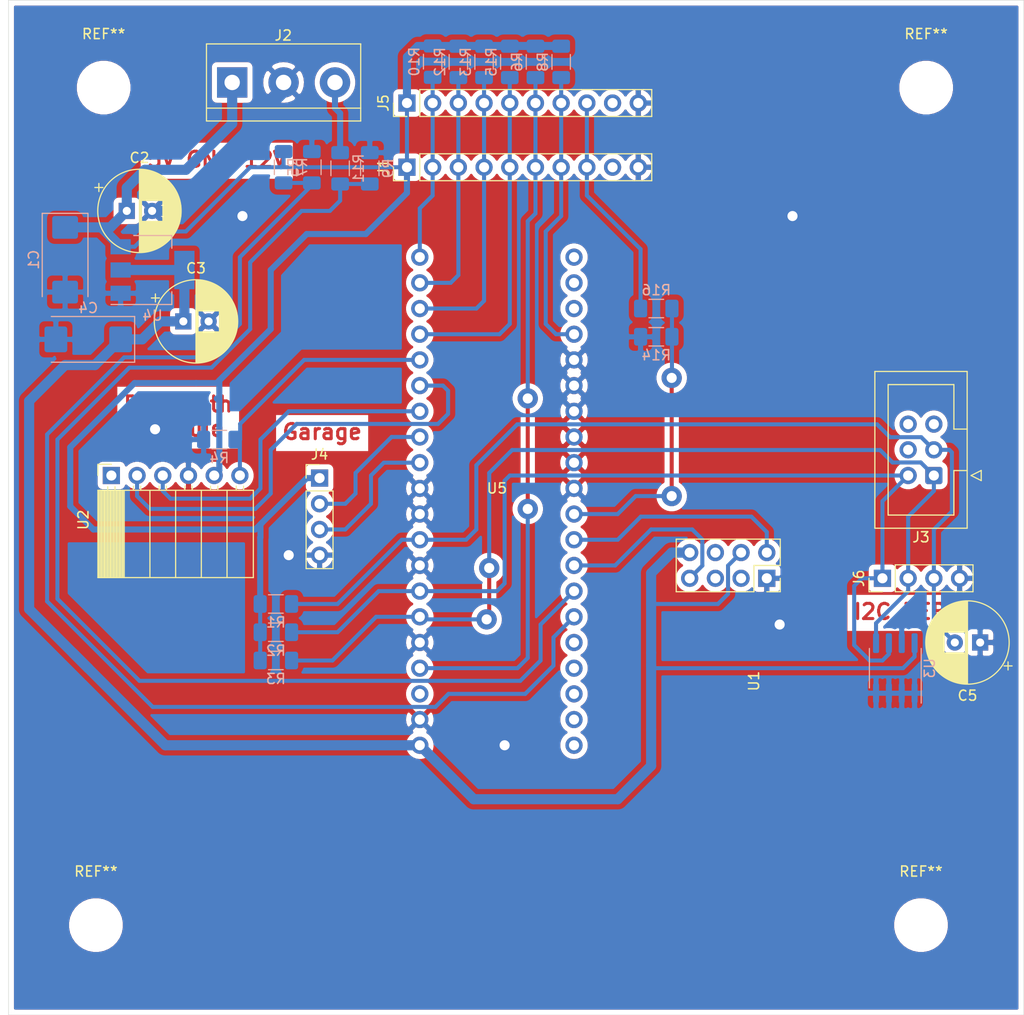
<source format=kicad_pcb>
(kicad_pcb (version 20171130) (host pcbnew 5.1.9-73d0e3b20d~88~ubuntu20.04.1)
  (layers (0 F.Cu signal) (31 B.Cu signal) (34 B.Paste user) (35 F.Paste user) (36 B.SilkS user) (37 F.SilkS user) (38 B.Mask user) (39 F.Mask user) (44 Edge.Cuts user))
  (net 0 "")
  (net 1 GND)
  (net 2 5V)
  (net 3 3.3V)
  (net 4 I2C_INT)
  (net 5 DHT_SENSOR1)
  (net 6 DHT_SENSOR2)
  (net 7 DHT_SENSOR3)
  (net 8 DHT_SENSOR4)
  (net 9 DHT_SENSOR5)
  (net 10 DHT_SENSOR6)
  (net 11 LIGHT_SENSOR)
  (net 12 "Net-(J1-Pad9)")
  (net 13 12V)
  (net 14 "Net-(J3-Pad5)")
  (net 15 "Net-(J3-Pad4)")
  (net 16 "Net-(J3-Pad6)")
  (net 17 GARAGE_TX_STM_RX)
  (net 18 GARAGE_RX_STM_TX)
  (net 19 "Net-(J5-Pad9)")
  (net 20 BT_KEY)
  (net 21 "Net-(R5-Pad2)")
  (net 22 "Net-(R11-Pad1)")
  (net 23 "Net-(R14-Pad2)")
  (net 24 WIFI_TX_STM_RX)
  (net 25 "Net-(U1-Pad3)")
  (net 26 "Net-(U1-Pad5)")
  (net 27 "Net-(U1-Pad6)")
  (net 28 WIFI_RX_STM_TX)
  (net 29 BT_TX_STM_RX)
  (net 30 BT_RX_STM_TX)
  (net 31 "Net-(U5-Pad18)")
  (net 32 "Net-(U5-Pad21)")
  (net 33 "Net-(U5-Pad22)")
  (net 34 "Net-(U5-Pad23)")
  (net 35 "Net-(U5-Pad36)")
  (net 36 "Net-(U5-Pad37)")
  (net 37 "Net-(U5-Pad38)")
  (net 38 "Net-(U5-Pad39)")
  (net 39 "Net-(U5-Pad40)")
  (net 40 I2C_SDA)
  (net 41 I2C_SCL)
  (net 42 "Net-(U2-Pad1)")
  (module MountingHole:MountingHole_4.3mm_M4 (layer F.Cu) (at 191.77 154.94)
    (fp_text reference REF** (at 0 -5.3) (layer F.SilkS))
    (fp_text value MountingHole_4.3mm_M4)
    (pad 1 np_thru_hole circle (at 0 0) (size 4.3 4.3) (drill 4.3) (layers *.Cu *.Mask))
  )
  (module MountingHole:MountingHole_4.3mm_M4 (layer F.Cu) (at 110.236 154.94)
    (fp_text reference REF** (at 0 -5.3) (layer F.SilkS))
    (fp_text value MountingHole_4.3mm_M4)
    (pad 1 np_thru_hole circle (at 0 0) (size 4.3 4.3) (drill 4.3) (layers *.Cu *.Mask))
  )
  (module MountingHole:MountingHole_4.3mm_M4 (layer F.Cu) (at 192.278 72.136)
    (fp_text reference REF** (at 0 -5.3) (layer F.SilkS))
    (fp_text value MountingHole_4.3mm_M4)
    (pad 1 np_thru_hole circle (at 0 0) (size 4.3 4.3) (drill 4.3) (layers *.Cu *.Mask))
  )
  (module MountingHole:MountingHole_4.3mm_M4 (layer F.Cu) (at 110.998 72.136)
    (fp_text reference REF** (at 0 -5.3) (layer F.SilkS))
    (fp_text value MountingHole_4.3mm_M4)
    (pad 1 np_thru_hole circle (at 0 0) (size 4.3 4.3) (drill 4.3) (layers *.Cu *.Mask))
  )
  (module Capacitor_THT:CP_Radial_D8.0mm_P2.50mm (layer F.Cu) (at 118.872 95.25)
    (fp_text reference C3 (at 1.25 -5.25) (layer F.SilkS))
    (fp_text value 47u)
    (pad 2 thru_hole circle (at 2.5 0) (size 1.6 1.6) (drill 0.8) (layers *.Cu *.Mask) (net 1 GND))
    (pad 1 thru_hole rect (at 0 0) (size 1.6 1.6) (drill 0.8) (layers *.Cu *.Mask) (net 3 3.3V))
  )
  (module Package_TO_SOT_SMD:SOT-223-3_TabPin2 (layer B.Cu) (at 115.824 90.17)
    (fp_text reference U4 (at 0 4.5) (layer B.SilkS) (effects (justify mirror)))
    (fp_text value AMS1117-3.3)
    (pad 2 smd rect (at 3.15 0) (size 2 3.8) (layers B.Cu B.Paste B.Mask) (net 3 3.3V))
    (pad 2 smd rect (at -3.15 0) (size 2 1.5) (layers B.Cu B.Paste B.Mask) (net 3 3.3V))
    (pad 3 smd rect (at -3.15 -2.3) (size 2 1.5) (layers B.Cu B.Paste B.Mask) (net 2 5V))
    (pad 1 smd rect (at -3.15 2.3) (size 2 1.5) (layers B.Cu B.Paste B.Mask) (net 1 GND))
  )
  (module project_footprints:Black_pill (layer F.Cu) (at 149.86 111.76)
    (fp_text reference U5 (at 0 0) (layer F.SilkS))
    (fp_text value Black_Pill hide)
    (pad 1 thru_hole circle (at -7.62 -22.86) (size 1.7 1.7) (drill 1) (layers *.Cu *.Mask) (net 7 DHT_SENSOR3))
    (pad 2 thru_hole circle (at -7.62 -20.32) (size 1.7 1.7) (drill 1) (layers *.Cu *.Mask) (net 8 DHT_SENSOR4))
    (pad 3 thru_hole circle (at -7.62 -17.78) (size 1.7 1.7) (drill 1) (layers *.Cu *.Mask) (net 9 DHT_SENSOR5))
    (pad 4 thru_hole circle (at -7.62 -15.24) (size 1.7 1.7) (drill 1) (layers *.Cu *.Mask) (net 10 DHT_SENSOR6))
    (pad 5 thru_hole circle (at -7.62 -12.7) (size 1.7 1.7) (drill 1) (layers *.Cu *.Mask) (net 20 BT_KEY))
    (pad 6 thru_hole circle (at -7.62 -10.16) (size 1.7 1.7) (drill 1) (layers *.Cu *.Mask) (net 30 BT_RX_STM_TX))
    (pad 7 thru_hole circle (at -7.62 -7.62) (size 1.7 1.7) (drill 1) (layers *.Cu *.Mask) (net 29 BT_TX_STM_RX))
    (pad 8 thru_hole circle (at -7.62 -5.08) (size 1.7 1.7) (drill 1) (layers *.Cu *.Mask) (net 18 GARAGE_RX_STM_TX))
    (pad 9 thru_hole circle (at -7.62 -2.54) (size 1.7 1.7) (drill 1) (layers *.Cu *.Mask) (net 17 GARAGE_TX_STM_RX))
    (pad 10 thru_hole circle (at -7.62 0) (size 1.7 1.7) (drill 1) (layers *.Cu *.Mask) (net 1 GND))
    (pad 11 thru_hole circle (at -7.62 2.54) (size 1.7 1.7) (drill 1) (layers *.Cu *.Mask) (net 1 GND))
    (pad 12 thru_hole circle (at -7.62 5.08) (size 1.7 1.7) (drill 1) (layers *.Cu *.Mask) (net 4 I2C_INT))
    (pad 13 thru_hole circle (at -7.62 7.62) (size 1.7 1.7) (drill 1) (layers *.Cu *.Mask) (net 1 GND))
    (pad 14 thru_hole circle (at -7.62 10.16) (size 1.7 1.7) (drill 1) (layers *.Cu *.Mask) (net 41 I2C_SCL))
    (pad 15 thru_hole circle (at -7.62 12.7) (size 1.7 1.7) (drill 1) (layers *.Cu *.Mask) (net 40 I2C_SDA))
    (pad 16 thru_hole circle (at -7.62 15.24) (size 1.7 1.7) (drill 1) (layers *.Cu *.Mask) (net 1 GND))
    (pad 17 thru_hole circle (at -7.62 17.78) (size 1.7 1.7) (drill 1) (layers *.Cu *.Mask) (net 5 DHT_SENSOR1))
    (pad 18 thru_hole circle (at -7.62 20.32) (size 1.7 1.7) (drill 1) (layers *.Cu *.Mask) (net 31 "Net-(U5-Pad18)"))
    (pad 19 thru_hole circle (at -7.62 22.86) (size 1.7 1.7) (drill 1) (layers *.Cu *.Mask) (net 1 GND))
    (pad 20 thru_hole circle (at -7.62 25.4) (size 1.7 1.7) (drill 1) (layers *.Cu *.Mask) (net 3 3.3V))
    (pad 21 thru_hole circle (at 7.62 -22.86) (size 1.7 1.7) (drill 1) (layers *.Cu *.Mask) (net 32 "Net-(U5-Pad21)"))
    (pad 22 thru_hole circle (at 7.62 -20.32) (size 1.7 1.7) (drill 1) (layers *.Cu *.Mask) (net 33 "Net-(U5-Pad22)"))
    (pad 23 thru_hole circle (at 7.62 -17.78) (size 1.7 1.7) (drill 1) (layers *.Cu *.Mask) (net 34 "Net-(U5-Pad23)"))
    (pad 24 thru_hole circle (at 7.62 -15.24) (size 1.7 1.7) (drill 1) (layers *.Cu *.Mask) (net 6 DHT_SENSOR2))
    (pad 25 thru_hole circle (at 7.62 -12.7) (size 1.7 1.7) (drill 1) (layers *.Cu *.Mask) (net 1 GND))
    (pad 26 thru_hole circle (at 7.62 -10.16) (size 1.7 1.7) (drill 1) (layers *.Cu *.Mask) (net 1 GND))
    (pad 27 thru_hole circle (at 7.62 -7.62) (size 1.7 1.7) (drill 1) (layers *.Cu *.Mask) (net 1 GND))
    (pad 28 thru_hole circle (at 7.62 -5.08) (size 1.7 1.7) (drill 1) (layers *.Cu *.Mask) (net 1 GND))
    (pad 29 thru_hole circle (at 7.62 -2.54) (size 1.7 1.7) (drill 1) (layers *.Cu *.Mask) (net 1 GND))
    (pad 30 thru_hole circle (at 7.62 0) (size 1.7 1.7) (drill 1) (layers *.Cu *.Mask) (net 1 GND))
    (pad 31 thru_hole circle (at 7.62 2.54) (size 1.7 1.7) (drill 1) (layers *.Cu *.Mask) (net 23 "Net-(R14-Pad2)"))
    (pad 32 thru_hole circle (at 7.62 5.08) (size 1.7 1.7) (drill 1) (layers *.Cu *.Mask) (net 24 WIFI_TX_STM_RX))
    (pad 33 thru_hole circle (at 7.62 7.62) (size 1.7 1.7) (drill 1) (layers *.Cu *.Mask) (net 28 WIFI_RX_STM_TX))
    (pad 34 thru_hole circle (at 7.62 10.16) (size 1.7 1.7) (drill 1) (layers *.Cu *.Mask) (net 22 "Net-(R11-Pad1)"))
    (pad 35 thru_hole circle (at 7.62 12.7) (size 1.7 1.7) (drill 1) (layers *.Cu *.Mask) (net 21 "Net-(R5-Pad2)"))
    (pad 36 thru_hole circle (at 7.62 15.24) (size 1.7 1.7) (drill 1) (layers *.Cu *.Mask) (net 35 "Net-(U5-Pad36)"))
    (pad 37 thru_hole circle (at 7.62 17.78) (size 1.7 1.7) (drill 1) (layers *.Cu *.Mask) (net 36 "Net-(U5-Pad37)"))
    (pad 38 thru_hole circle (at 7.62 20.32) (size 1.7 1.7) (drill 1) (layers *.Cu *.Mask) (net 37 "Net-(U5-Pad38)"))
    (pad 39 thru_hole circle (at 7.62 22.86) (size 1.7 1.7) (drill 1) (layers *.Cu *.Mask) (net 38 "Net-(U5-Pad39)"))
    (pad 40 thru_hole circle (at 7.62 25.4) (size 1.7 1.7) (drill 1) (layers *.Cu *.Mask) (net 39 "Net-(U5-Pad40)"))
  )
  (module Capacitor_THT:CP_Radial_D8.0mm_P2.50mm (layer F.Cu) (at 197.612 127 180)
    (fp_text reference C5 (at 1.25 -5.25) (layer F.SilkS))
    (fp_text value 47u)
    (pad 1 thru_hole rect (at 0 0 180) (size 1.6 1.6) (drill 0.8) (layers *.Cu *.Mask) (net 1 GND))
    (pad 2 thru_hole circle (at 2.5 0 180) (size 1.6 1.6) (drill 0.8) (layers *.Cu *.Mask) (net 4 I2C_INT))
  )
  (module project_footprints:ESP01 (layer F.Cu) (at 173.99 121.92 270)
    (fp_text reference U1 (at 8.89 -1.27 90) (layer F.SilkS))
    (fp_text value ESP-01)
    (pad 1 thru_hole rect (at -1.27 -2.54 270) (size 1.7 1.7) (drill 1) (layers *.Cu *.Mask) (net 1 GND))
    (pad 2 thru_hole oval (at -3.81 -2.54 270) (size 1.7 1.7) (drill 1) (layers *.Cu *.Mask) (net 24 WIFI_TX_STM_RX))
    (pad 3 thru_hole oval (at -1.27 0 270) (size 1.7 1.7) (drill 1) (layers *.Cu *.Mask) (net 25 "Net-(U1-Pad3)"))
    (pad 4 thru_hole oval (at -3.81 0 270) (size 1.7 1.7) (drill 1) (layers *.Cu *.Mask) (net 3 3.3V))
    (pad 5 thru_hole oval (at -1.27 2.54 270) (size 1.7 1.7) (drill 1) (layers *.Cu *.Mask) (net 26 "Net-(U1-Pad5)"))
    (pad 6 thru_hole oval (at -3.81 2.54 270) (size 1.7 1.7) (drill 1) (layers *.Cu *.Mask) (net 27 "Net-(U1-Pad6)"))
    (pad 7 thru_hole oval (at -1.27 5.08 270) (size 1.7 1.7) (drill 1) (layers *.Cu *.Mask) (net 28 WIFI_RX_STM_TX))
    (pad 8 thru_hole oval (at -3.81 5.08 270) (size 1.7 1.7) (drill 1) (layers *.Cu *.Mask) (net 3 3.3V))
  )
  (module Capacitor_Tantalum_SMD:CP_EIA-7343-31_Kemet-D_Pad2.25x2.55mm_HandSolder (layer B.Cu) (at 107.188 89.154 270)
    (fp_text reference C1 (at 0 3.1 90) (layer B.SilkS) (effects (justify mirror)))
    (fp_text value 22u)
    (pad 2 smd roundrect (at 3.2 0 270) (size 2.25 2.55) (layers B.Cu B.Paste B.Mask) (roundrect_rratio 0.111111) (net 1 GND))
    (pad 1 smd roundrect (at -3.2 0 270) (size 2.25 2.55) (layers B.Cu B.Paste B.Mask) (roundrect_rratio 0.111111) (net 2 5V))
  )
  (module Capacitor_THT:CP_Radial_D8.0mm_P2.50mm (layer F.Cu) (at 113.284 84.328)
    (fp_text reference C2 (at 1.25 -5.25) (layer F.SilkS))
    (fp_text value 47u)
    (pad 1 thru_hole rect (at 0 0) (size 1.6 1.6) (drill 0.8) (layers *.Cu *.Mask) (net 2 5V))
    (pad 2 thru_hole circle (at 2.5 0) (size 1.6 1.6) (drill 0.8) (layers *.Cu *.Mask) (net 1 GND))
  )
  (module Capacitor_Tantalum_SMD:CP_EIA-7343-31_Kemet-D_Pad2.25x2.55mm_HandSolder (layer B.Cu) (at 109.474 97.028 180)
    (fp_text reference C4 (at 0 3.1) (layer B.SilkS) (effects (justify mirror)))
    (fp_text value 22u)
    (pad 1 smd roundrect (at -3.2 0 180) (size 2.25 2.55) (layers B.Cu B.Paste B.Mask) (roundrect_rratio 0.111111) (net 3 3.3V))
    (pad 2 smd roundrect (at 3.2 0 180) (size 2.25 2.55) (layers B.Cu B.Paste B.Mask) (roundrect_rratio 0.111111) (net 1 GND))
  )
  (module Connector_PinHeader_2.54mm:PinHeader_1x10_P2.54mm_Vertical (layer F.Cu) (at 140.97 80.01 90)
    (fp_text reference J1 (at 0 -2.33 90) (layer F.SilkS))
    (fp_text value Sensors_Conn)
    (pad 1 thru_hole rect (at 0 0 90) (size 1.7 1.7) (drill 1) (layers *.Cu *.Mask) (net 2 5V))
    (pad 2 thru_hole oval (at 0 2.54 90) (size 1.7 1.7) (drill 1) (layers *.Cu *.Mask) (net 7 DHT_SENSOR3))
    (pad 3 thru_hole oval (at 0 5.08 90) (size 1.7 1.7) (drill 1) (layers *.Cu *.Mask) (net 8 DHT_SENSOR4))
    (pad 4 thru_hole oval (at 0 7.62 90) (size 1.7 1.7) (drill 1) (layers *.Cu *.Mask) (net 9 DHT_SENSOR5))
    (pad 5 thru_hole oval (at 0 10.16 90) (size 1.7 1.7) (drill 1) (layers *.Cu *.Mask) (net 10 DHT_SENSOR6))
    (pad 6 thru_hole oval (at 0 12.7 90) (size 1.7 1.7) (drill 1) (layers *.Cu *.Mask) (net 5 DHT_SENSOR1))
    (pad 7 thru_hole oval (at 0 15.24 90) (size 1.7 1.7) (drill 1) (layers *.Cu *.Mask) (net 6 DHT_SENSOR2))
    (pad 8 thru_hole oval (at 0 17.78 90) (size 1.7 1.7) (drill 1) (layers *.Cu *.Mask) (net 11 LIGHT_SENSOR))
    (pad 9 thru_hole oval (at 0 20.32 90) (size 1.7 1.7) (drill 1) (layers *.Cu *.Mask) (net 12 "Net-(J1-Pad9)"))
    (pad 10 thru_hole oval (at 0 22.86 90) (size 1.7 1.7) (drill 1) (layers *.Cu *.Mask) (net 1 GND))
  )
  (module TerminalBlock:TerminalBlock_bornier-3_P5.08mm (layer F.Cu) (at 123.698 71.628)
    (fp_text reference J2 (at 5.05 -4.65) (layer F.SilkS))
    (fp_text value Power_Conn)
    (pad 1 thru_hole rect (at 0 0) (size 3 3) (drill 1.52) (layers *.Cu *.Mask) (net 2 5V))
    (pad 2 thru_hole circle (at 5.08 0) (size 3 3) (drill 1.52) (layers *.Cu *.Mask) (net 1 GND))
    (pad 3 thru_hole circle (at 10.16 0) (size 3 3) (drill 1.52) (layers *.Cu *.Mask) (net 13 12V))
  )
  (module Connector_PinHeader_2.54mm:PinHeader_1x04_P2.54mm_Vertical (layer F.Cu) (at 132.334 110.744)
    (fp_text reference J4 (at 0 -2.33) (layer F.SilkS))
    (fp_text value Garage_Conn)
    (pad 4 thru_hole oval (at 0 7.62) (size 1.7 1.7) (drill 1) (layers *.Cu *.Mask) (net 1 GND))
    (pad 3 thru_hole oval (at 0 5.08) (size 1.7 1.7) (drill 1) (layers *.Cu *.Mask) (net 17 GARAGE_TX_STM_RX))
    (pad 2 thru_hole oval (at 0 2.54) (size 1.7 1.7) (drill 1) (layers *.Cu *.Mask) (net 18 GARAGE_RX_STM_TX))
    (pad 1 thru_hole rect (at 0 0) (size 1.7 1.7) (drill 1) (layers *.Cu *.Mask) (net 2 5V))
  )
  (module Connector_PinHeader_2.54mm:PinHeader_1x10_P2.54mm_Vertical (layer F.Cu) (at 140.97 73.66 90)
    (fp_text reference J5 (at 0 -2.33 90) (layer F.SilkS))
    (fp_text value Debug_Sensors_Conn)
    (pad 10 thru_hole oval (at 0 22.86 90) (size 1.7 1.7) (drill 1) (layers *.Cu *.Mask) (net 1 GND))
    (pad 9 thru_hole oval (at 0 20.32 90) (size 1.7 1.7) (drill 1) (layers *.Cu *.Mask) (net 19 "Net-(J5-Pad9)"))
    (pad 8 thru_hole oval (at 0 17.78 90) (size 1.7 1.7) (drill 1) (layers *.Cu *.Mask) (net 11 LIGHT_SENSOR))
    (pad 7 thru_hole oval (at 0 15.24 90) (size 1.7 1.7) (drill 1) (layers *.Cu *.Mask) (net 6 DHT_SENSOR2))
    (pad 6 thru_hole oval (at 0 12.7 90) (size 1.7 1.7) (drill 1) (layers *.Cu *.Mask) (net 5 DHT_SENSOR1))
    (pad 5 thru_hole oval (at 0 10.16 90) (size 1.7 1.7) (drill 1) (layers *.Cu *.Mask) (net 10 DHT_SENSOR6))
    (pad 4 thru_hole oval (at 0 7.62 90) (size 1.7 1.7) (drill 1) (layers *.Cu *.Mask) (net 9 DHT_SENSOR5))
    (pad 3 thru_hole oval (at 0 5.08 90) (size 1.7 1.7) (drill 1) (layers *.Cu *.Mask) (net 8 DHT_SENSOR4))
    (pad 2 thru_hole oval (at 0 2.54 90) (size 1.7 1.7) (drill 1) (layers *.Cu *.Mask) (net 7 DHT_SENSOR3))
    (pad 1 thru_hole rect (at 0 0 90) (size 1.7 1.7) (drill 1) (layers *.Cu *.Mask) (net 2 5V))
  )
  (module Connector_PinHeader_2.54mm:PinHeader_1x04_P2.54mm_Vertical (layer F.Cu) (at 187.96 120.65 90)
    (fp_text reference J6 (at 0 -2.33 90) (layer F.SilkS))
    (fp_text value Debug_I2C_Conn)
    (pad 1 thru_hole rect (at 0 0 90) (size 1.7 1.7) (drill 1) (layers *.Cu *.Mask) (net 41 I2C_SCL))
    (pad 2 thru_hole oval (at 0 2.54 90) (size 1.7 1.7) (drill 1) (layers *.Cu *.Mask) (net 40 I2C_SDA))
    (pad 3 thru_hole oval (at 0 5.08 90) (size 1.7 1.7) (drill 1) (layers *.Cu *.Mask) (net 4 I2C_INT))
    (pad 4 thru_hole oval (at 0 7.62 90) (size 1.7 1.7) (drill 1) (layers *.Cu *.Mask) (net 1 GND))
  )
  (module Resistor_SMD:R_1206_3216Metric_Pad1.30x1.75mm_HandSolder (layer B.Cu) (at 128.016 123.19)
    (fp_text reference R1 (at 0 1.82) (layer B.SilkS) (effects (justify mirror)))
    (fp_text value 10k)
    (pad 1 smd roundrect (at -1.55 0) (size 1.3 1.75) (layers B.Cu B.Paste B.Mask) (roundrect_rratio 0.192308) (net 2 5V))
    (pad 2 smd roundrect (at 1.55 0) (size 1.3 1.75) (layers B.Cu B.Paste B.Mask) (roundrect_rratio 0.192308) (net 4 I2C_INT))
  )
  (module Resistor_SMD:R_1206_3216Metric_Pad1.30x1.75mm_HandSolder (layer B.Cu) (at 128.016 125.984)
    (fp_text reference R2 (at 0 1.82) (layer B.SilkS) (effects (justify mirror)))
    (fp_text value 10k)
    (pad 2 smd roundrect (at 1.55 0) (size 1.3 1.75) (layers B.Cu B.Paste B.Mask) (roundrect_rratio 0.192308) (net 41 I2C_SCL))
    (pad 1 smd roundrect (at -1.55 0) (size 1.3 1.75) (layers B.Cu B.Paste B.Mask) (roundrect_rratio 0.192308) (net 2 5V))
  )
  (module Resistor_SMD:R_1206_3216Metric_Pad1.30x1.75mm_HandSolder (layer B.Cu) (at 128.016 128.778)
    (fp_text reference R3 (at 0 1.82) (layer B.SilkS) (effects (justify mirror)))
    (fp_text value 10k)
    (pad 1 smd roundrect (at -1.55 0) (size 1.3 1.75) (layers B.Cu B.Paste B.Mask) (roundrect_rratio 0.192308) (net 2 5V))
    (pad 2 smd roundrect (at 1.55 0) (size 1.3 1.75) (layers B.Cu B.Paste B.Mask) (roundrect_rratio 0.192308) (net 40 I2C_SDA))
  )
  (module Resistor_SMD:R_1206_3216Metric_Pad1.30x1.75mm_HandSolder (layer B.Cu) (at 122.428 106.934)
    (fp_text reference R4 (at 0 1.82) (layer B.SilkS) (effects (justify mirror)))
    (fp_text value 10k)
    (pad 2 smd roundrect (at 1.55 0) (size 1.3 1.75) (layers B.Cu B.Paste B.Mask) (roundrect_rratio 0.192308) (net 20 BT_KEY))
    (pad 1 smd roundrect (at -1.55 0) (size 1.3 1.75) (layers B.Cu B.Paste B.Mask) (roundrect_rratio 0.192308) (net 1 GND))
  )
  (module Resistor_SMD:R_1206_3216Metric_Pad1.30x1.75mm_HandSolder (layer B.Cu) (at 131.572 80.01 270)
    (fp_text reference R5 (at 0 1.82 90) (layer B.SilkS) (effects (justify mirror)))
    (fp_text value 10k)
    (pad 2 smd roundrect (at 1.55 0 270) (size 1.3 1.75) (layers B.Cu B.Paste B.Mask) (roundrect_rratio 0.192308) (net 21 "Net-(R5-Pad2)"))
    (pad 1 smd roundrect (at -1.55 0 270) (size 1.3 1.75) (layers B.Cu B.Paste B.Mask) (roundrect_rratio 0.192308) (net 1 GND))
  )
  (module Resistor_SMD:R_1206_3216Metric_Pad1.30x1.75mm_HandSolder (layer B.Cu) (at 153.67 69.596 270)
    (fp_text reference R6 (at 0 1.82 90) (layer B.SilkS) (effects (justify mirror)))
    (fp_text value 10k)
    (pad 1 smd roundrect (at -1.55 0 270) (size 1.3 1.75) (layers B.Cu B.Paste B.Mask) (roundrect_rratio 0.192308) (net 2 5V))
    (pad 2 smd roundrect (at 1.55 0 270) (size 1.3 1.75) (layers B.Cu B.Paste B.Mask) (roundrect_rratio 0.192308) (net 5 DHT_SENSOR1))
  )
  (module Resistor_SMD:R_1206_3216Metric_Pad1.30x1.75mm_HandSolder (layer B.Cu) (at 128.778 80.01 90)
    (fp_text reference R7 (at 0 1.82 90) (layer B.SilkS) (effects (justify mirror)))
    (fp_text value 10k)
    (pad 1 smd roundrect (at -1.55 0 90) (size 1.3 1.75) (layers B.Cu B.Paste B.Mask) (roundrect_rratio 0.192308) (net 21 "Net-(R5-Pad2)"))
    (pad 2 smd roundrect (at 1.55 0 90) (size 1.3 1.75) (layers B.Cu B.Paste B.Mask) (roundrect_rratio 0.192308) (net 2 5V))
  )
  (module Resistor_SMD:R_1206_3216Metric_Pad1.30x1.75mm_HandSolder (layer B.Cu) (at 156.21 69.596 270)
    (fp_text reference R8 (at 0 1.82 90) (layer B.SilkS) (effects (justify mirror)))
    (fp_text value 10k)
    (pad 1 smd roundrect (at -1.55 0 270) (size 1.3 1.75) (layers B.Cu B.Paste B.Mask) (roundrect_rratio 0.192308) (net 2 5V))
    (pad 2 smd roundrect (at 1.55 0 270) (size 1.3 1.75) (layers B.Cu B.Paste B.Mask) (roundrect_rratio 0.192308) (net 6 DHT_SENSOR2))
  )
  (module Resistor_SMD:R_1206_3216Metric_Pad1.30x1.75mm_HandSolder (layer B.Cu) (at 137.296999 80.116999 90)
    (fp_text reference R9 (at 0 1.82 90) (layer B.SilkS) (effects (justify mirror)))
    (fp_text value 1k)
    (pad 1 smd roundrect (at -1.55 0 90) (size 1.3 1.75) (layers B.Cu B.Paste B.Mask) (roundrect_rratio 0.192308) (net 22 "Net-(R11-Pad1)"))
    (pad 2 smd roundrect (at 1.55 0 90) (size 1.3 1.75) (layers B.Cu B.Paste B.Mask) (roundrect_rratio 0.192308) (net 1 GND))
  )
  (module Resistor_SMD:R_1206_3216Metric_Pad1.30x1.75mm_HandSolder (layer B.Cu) (at 143.51 69.57 270)
    (fp_text reference R10 (at 0 1.82 90) (layer B.SilkS) (effects (justify mirror)))
    (fp_text value 10k)
    (pad 2 smd roundrect (at 1.55 0 270) (size 1.3 1.75) (layers B.Cu B.Paste B.Mask) (roundrect_rratio 0.192308) (net 7 DHT_SENSOR3))
    (pad 1 smd roundrect (at -1.55 0 270) (size 1.3 1.75) (layers B.Cu B.Paste B.Mask) (roundrect_rratio 0.192308) (net 2 5V))
  )
  (module Resistor_SMD:R_1206_3216Metric_Pad1.30x1.75mm_HandSolder (layer B.Cu) (at 134.366 80.116999 90)
    (fp_text reference R11 (at 0 1.82 90) (layer B.SilkS) (effects (justify mirror)))
    (fp_text value 5.1k)
    (pad 2 smd roundrect (at 1.55 0 90) (size 1.3 1.75) (layers B.Cu B.Paste B.Mask) (roundrect_rratio 0.192308) (net 13 12V))
    (pad 1 smd roundrect (at -1.55 0 90) (size 1.3 1.75) (layers B.Cu B.Paste B.Mask) (roundrect_rratio 0.192308) (net 22 "Net-(R11-Pad1)"))
  )
  (module Resistor_SMD:R_1206_3216Metric_Pad1.30x1.75mm_HandSolder (layer B.Cu) (at 146.05 69.596 270)
    (fp_text reference R12 (at 0 1.82 90) (layer B.SilkS) (effects (justify mirror)))
    (fp_text value 10k)
    (pad 2 smd roundrect (at 1.55 0 270) (size 1.3 1.75) (layers B.Cu B.Paste B.Mask) (roundrect_rratio 0.192308) (net 8 DHT_SENSOR4))
    (pad 1 smd roundrect (at -1.55 0 270) (size 1.3 1.75) (layers B.Cu B.Paste B.Mask) (roundrect_rratio 0.192308) (net 2 5V))
  )
  (module Resistor_SMD:R_1206_3216Metric_Pad1.30x1.75mm_HandSolder (layer B.Cu) (at 148.59 69.596 270)
    (fp_text reference R13 (at 0 1.82 90) (layer B.SilkS) (effects (justify mirror)))
    (fp_text value 10k)
    (pad 1 smd roundrect (at -1.55 0 270) (size 1.3 1.75) (layers B.Cu B.Paste B.Mask) (roundrect_rratio 0.192308) (net 2 5V))
    (pad 2 smd roundrect (at 1.55 0 270) (size 1.3 1.75) (layers B.Cu B.Paste B.Mask) (roundrect_rratio 0.192308) (net 9 DHT_SENSOR5))
  )
  (module Resistor_SMD:R_1206_3216Metric_Pad1.30x1.75mm_HandSolder (layer B.Cu) (at 165.608 96.774)
    (fp_text reference R14 (at 0 1.82) (layer B.SilkS) (effects (justify mirror)))
    (fp_text value 10k)
    (pad 2 smd roundrect (at 1.55 0) (size 1.3 1.75) (layers B.Cu B.Paste B.Mask) (roundrect_rratio 0.192308) (net 23 "Net-(R14-Pad2)"))
    (pad 1 smd roundrect (at -1.55 0) (size 1.3 1.75) (layers B.Cu B.Paste B.Mask) (roundrect_rratio 0.192308) (net 1 GND))
  )
  (module Resistor_SMD:R_1206_3216Metric_Pad1.30x1.75mm_HandSolder (layer B.Cu) (at 151.13 69.596 270)
    (fp_text reference R15 (at 0 1.82 90) (layer B.SilkS) (effects (justify mirror)))
    (fp_text value 10k)
    (pad 2 smd roundrect (at 1.55 0 270) (size 1.3 1.75) (layers B.Cu B.Paste B.Mask) (roundrect_rratio 0.192308) (net 10 DHT_SENSOR6))
    (pad 1 smd roundrect (at -1.55 0 270) (size 1.3 1.75) (layers B.Cu B.Paste B.Mask) (roundrect_rratio 0.192308) (net 2 5V))
  )
  (module Resistor_SMD:R_1206_3216Metric_Pad1.30x1.75mm_HandSolder (layer B.Cu) (at 165.608 93.98 180)
    (fp_text reference R16 (at 0 1.82) (layer B.SilkS) (effects (justify mirror)))
    (fp_text value 10k)
    (pad 1 smd roundrect (at -1.55 0 180) (size 1.3 1.75) (layers B.Cu B.Paste B.Mask) (roundrect_rratio 0.192308) (net 23 "Net-(R14-Pad2)"))
    (pad 2 smd roundrect (at 1.55 0 180) (size 1.3 1.75) (layers B.Cu B.Paste B.Mask) (roundrect_rratio 0.192308) (net 11 LIGHT_SENSOR))
  )
  (module Connector_PinSocket_2.54mm:PinSocket_1x06_P2.54mm_Horizontal (layer F.Cu) (at 111.76 110.49 90)
    (fp_text reference U2 (at -4.38 -2.77 90) (layer F.SilkS))
    (fp_text value HC_05)
    (pad 1 thru_hole rect (at 0 0 90) (size 1.7 1.7) (drill 1) (layers *.Cu *.Mask) (net 42 "Net-(U2-Pad1)"))
    (pad 2 thru_hole oval (at 0 2.54 90) (size 1.7 1.7) (drill 1) (layers *.Cu *.Mask) (net 30 BT_RX_STM_TX))
    (pad 3 thru_hole oval (at 0 5.08 90) (size 1.7 1.7) (drill 1) (layers *.Cu *.Mask) (net 29 BT_TX_STM_RX))
    (pad 4 thru_hole oval (at 0 7.62 90) (size 1.7 1.7) (drill 1) (layers *.Cu *.Mask) (net 1 GND))
    (pad 5 thru_hole oval (at 0 10.16 90) (size 1.7 1.7) (drill 1) (layers *.Cu *.Mask) (net 2 5V))
    (pad 6 thru_hole oval (at 0 12.7 90) (size 1.7 1.7) (drill 1) (layers *.Cu *.Mask) (net 20 BT_KEY))
  )
  (module Package_SO:SOIC-8_3.9x4.9mm_P1.27mm (layer B.Cu) (at 189.23 129.54 90)
    (fp_text reference U3 (at 0 3.4 90) (layer B.SilkS) (effects (justify mirror)))
    (fp_text value AT24CS64-SSHM)
    (pad 1 smd roundrect (at -2.475 1.905 90) (size 1.95 0.6) (layers B.Cu B.Paste B.Mask) (net 1 GND))
    (pad 2 smd roundrect (at -2.475 0.635 90) (size 1.95 0.6) (layers B.Cu B.Paste B.Mask) (net 1 GND))
    (pad 3 smd roundrect (at -2.475 -0.635 90) (size 1.95 0.6) (layers B.Cu B.Paste B.Mask) (net 1 GND))
    (pad 4 smd roundrect (at -2.475 -1.905 90) (size 1.95 0.6) (layers B.Cu B.Paste B.Mask) (net 1 GND))
    (pad 5 smd roundrect (at 2.475 -1.905 90) (size 1.95 0.6) (layers B.Cu B.Paste B.Mask) (net 40 I2C_SDA))
    (pad 6 smd roundrect (at 2.475 -0.635 90) (size 1.95 0.6) (layers B.Cu B.Paste B.Mask) (net 41 I2C_SCL))
    (pad 7 smd roundrect (at 2.475 0.635 90) (size 1.95 0.6) (layers B.Cu B.Paste B.Mask) (net 1 GND))
    (pad 8 smd roundrect (at 2.475 1.905 90) (size 1.95 0.6) (layers B.Cu B.Paste B.Mask) (net 3 3.3V))
  )
  (module Connector_IDC:IDC-Header_2x03_P2.54mm_Vertical (layer F.Cu) (at 193.04 110.49 180)
    (fp_text reference J3 (at 1.27 -6.1) (layer F.SilkS))
    (fp_text value I2C_Conn)
    (pad 1 thru_hole roundrect (at 0 0 180) (size 1.7 1.7) (drill 1) (layers *.Cu *.Mask) (roundrect_rratio 0.147059) (net 40 I2C_SDA))
    (pad 3 thru_hole circle (at 0 2.54 180) (size 1.7 1.7) (drill 1) (layers *.Cu *.Mask) (net 4 I2C_INT))
    (pad 5 thru_hole circle (at 0 5.08 180) (size 1.7 1.7) (drill 1) (layers *.Cu *.Mask) (net 14 "Net-(J3-Pad5)"))
    (pad 2 thru_hole circle (at 2.54 0 180) (size 1.7 1.7) (drill 1) (layers *.Cu *.Mask) (net 41 I2C_SCL))
    (pad 4 thru_hole circle (at 2.54 2.54 180) (size 1.7 1.7) (drill 1) (layers *.Cu *.Mask) (net 15 "Net-(J3-Pad4)"))
    (pad 6 thru_hole circle (at 2.54 5.08 180) (size 1.7 1.7) (drill 1) (layers *.Cu *.Mask) (net 16 "Net-(J3-Pad6)"))
  )
  (gr_text "I2C DEBUG" (at 191.262 123.952) (layer F.Cu) (effects (font (size 1.5 1.5) (thickness 0.3))))
  (gr_text I2C (at 191.516 94.488) (layer F.Cu) (effects (font (size 1.5 1.5) (thickness 0.3))))
  (gr_text Garage (at 132.588 106.172) (layer F.Cu) (effects (font (size 1.5 1.5) (thickness 0.3))))
  (gr_text "5V GND 12V" (at 122.174 79.248) (layer F.Cu) (effects (font (size 1.5 1.5) (thickness 0.3))))
  (gr_text "DHT Sensors Debug" (at 179.324 80.01) (layer F.Cu) (effects (font (size 1.5 1.5) (thickness 0.3))))
  (gr_text "DHT Sensors" (at 175.514 73.66) (layer F.Cu) (effects (font (size 1.5 1.5) (thickness 0.3))))
  (gr_text "WiFi Module" (at 172.466 144.526) (layer F.Cu) (effects (font (size 1.5 1.5) (thickness 0.3))))
  (gr_text STM32F411 (at 149.86 147.066) (layer F.Cu) (effects (font (size 1.5 1.5) (thickness 0.3))))
  (gr_text "Bluetooth\n Module" (at 118.364 104.648) (layer F.Cu) (effects (font (size 1.5 1.5) (thickness 0.3))))
  (gr_text "Main Board\nv1.0\nJSkowronek\n01.2021" (at 169.672 154.686) (layer F.Cu) (effects (font (size 1.5 1.5) (thickness 0.3))))
  (gr_line (start 101.6 163.83) (end 101.6 63.5) (layer Edge.Cuts) (width 0.05))
  (gr_line (start 201.93 163.83) (end 101.6 163.83) (layer Edge.Cuts) (width 0.05))
  (gr_line (start 201.93 63.5) (end 201.93 163.83) (layer Edge.Cuts) (width 0.05))
  (gr_line (start 101.6 63.5) (end 201.93 63.5) (layer Edge.Cuts) (width 0.05))
  (segment (start 163.83 73.66) (end 163.83 80.01) (width 0.4) (layer B.Cu) (net 1))
  (segment (start 187.325 132.015) (end 191.135 132.015) (width 0.25) (layer B.Cu) (net 1))
  (segment (start 118.832 84.328) (end 121.92 81.24) (width 1) (layer B.Cu) (net 1))
  (segment (start 115.784 84.328) (end 118.832 84.328) (width 1) (layer B.Cu) (net 1))
  (segment (start 121.92 81.24) (end 121.96 81.24) (width 1) (layer B.Cu) (net 1))
  (segment (start 121.96 81.24) (end 125.984 77.216) (width 1) (layer B.Cu) (net 1))
  (segment (start 125.984 77.216) (end 125.984 75.438) (width 1) (layer B.Cu) (net 1))
  (segment (start 128.778 72.644) (end 128.778 71.628) (width 1) (layer B.Cu) (net 1))
  (segment (start 125.984 75.438) (end 128.778 72.644) (width 1) (layer B.Cu) (net 1))
  (via (at 116.078 105.918) (size 2) (drill 1) (layers F.Cu B.Cu) (net 1))
  (via (at 177.8 125.222) (size 2) (drill 1) (layers F.Cu B.Cu) (net 1))
  (via (at 179.07 84.836) (size 2) (drill 1) (layers F.Cu B.Cu) (net 1))
  (via (at 150.622 137.16) (size 2) (drill 1) (layers F.Cu B.Cu) (net 1))
  (via (at 124.714 84.836) (size 2) (drill 1) (layers F.Cu B.Cu) (net 1))
  (via (at 129.286 118.364) (size 2) (drill 1) (layers F.Cu B.Cu) (net 1))
  (segment (start 140.97 73.66) (end 140.97 80.01) (width 0.4) (layer B.Cu) (net 2))
  (segment (start 126.466 123.19) (end 126.466 128.778) (width 0.4) (layer B.Cu) (net 2))
  (segment (start 156.184 68.02) (end 156.21 68.046) (width 0.8) (layer B.Cu) (net 2))
  (segment (start 143.51 68.02) (end 156.184 68.02) (width 0.8) (layer B.Cu) (net 2))
  (segment (start 143.51 68.02) (end 142.038 68.02) (width 0.8) (layer B.Cu) (net 2))
  (segment (start 140.97 69.088) (end 140.97 73.66) (width 0.8) (layer B.Cu) (net 2))
  (segment (start 142.038 68.02) (end 140.97 69.088) (width 0.8) (layer B.Cu) (net 2))
  (segment (start 110.758 85.954) (end 112.674 87.87) (width 1) (layer B.Cu) (net 2))
  (segment (start 107.696 85.954) (end 110.758 85.954) (width 1) (layer B.Cu) (net 2))
  (segment (start 111.658 85.954) (end 113.284 84.328) (width 1) (layer B.Cu) (net 2))
  (segment (start 110.758 85.954) (end 111.658 85.954) (width 1) (layer B.Cu) (net 2))
  (segment (start 112.674 87.87) (end 114.06 87.87) (width 0.4) (layer B.Cu) (net 2))
  (segment (start 114.06 87.87) (end 115.57 86.36) (width 0.4) (layer B.Cu) (net 2))
  (segment (start 115.57 86.36) (end 119.126 86.36) (width 0.4) (layer B.Cu) (net 2))
  (segment (start 119.126 86.36) (end 125.476 80.01) (width 0.4) (layer B.Cu) (net 2))
  (segment (start 128.778 78.46) (end 128.778 79.756) (width 0.4) (layer B.Cu) (net 2))
  (segment (start 128.778 79.756) (end 128.524 80.01) (width 0.4) (layer B.Cu) (net 2))
  (segment (start 128.524 80.01) (end 140.97 80.01) (width 0.4) (layer B.Cu) (net 2))
  (segment (start 125.476 80.01) (end 128.524 80.01) (width 0.4) (layer B.Cu) (net 2))
  (segment (start 140.97 80.01) (end 140.97 82.55) (width 0.6) (layer B.Cu) (net 2))
  (segment (start 140.97 82.55) (end 136.906 86.614) (width 0.6) (layer B.Cu) (net 2))
  (segment (start 136.906 86.614) (end 131.064 86.614) (width 0.6) (layer B.Cu) (net 2))
  (segment (start 131.064 86.614) (end 127.508 90.17) (width 0.6) (layer B.Cu) (net 2))
  (segment (start 127.508 90.17) (end 127.508 96.012) (width 0.6) (layer B.Cu) (net 2))
  (segment (start 114.046 101.346) (end 107.696 107.696) (width 0.6) (layer B.Cu) (net 2))
  (segment (start 122.174 101.346) (end 120.142 101.346) (width 0.6) (layer B.Cu) (net 2))
  (segment (start 120.142 101.346) (end 114.046 101.346) (width 0.6) (layer B.Cu) (net 2))
  (segment (start 122.174 102.87) (end 122.428 103.124) (width 0.6) (layer B.Cu) (net 2))
  (segment (start 122.428 109.982) (end 121.92 110.49) (width 0.6) (layer B.Cu) (net 2))
  (segment (start 122.428 103.124) (end 122.428 109.982) (width 0.6) (layer B.Cu) (net 2))
  (segment (start 122.428 101.092) (end 123.19 100.33) (width 0.6) (layer B.Cu) (net 2))
  (segment (start 122.428 103.124) (end 122.428 101.092) (width 0.6) (layer B.Cu) (net 2))
  (segment (start 123.19 100.33) (end 122.174 101.346) (width 0.6) (layer B.Cu) (net 2))
  (segment (start 127.508 96.012) (end 123.19 100.33) (width 0.6) (layer B.Cu) (net 2))
  (segment (start 126.466 123.19) (end 126.466 118.39) (width 0.6) (layer B.Cu) (net 2))
  (segment (start 131.064 110.744) (end 132.334 110.744) (width 0.6) (layer B.Cu) (net 2))
  (segment (start 126.492 116.586) (end 126.492 115.316) (width 0.6) (layer B.Cu) (net 2))
  (segment (start 126.466 116.612) (end 126.492 116.586) (width 0.6) (layer B.Cu) (net 2))
  (segment (start 126.466 118.39) (end 126.466 116.612) (width 0.6) (layer B.Cu) (net 2))
  (segment (start 107.696 110.236) (end 107.696 113.538) (width 0.6) (layer B.Cu) (net 2))
  (segment (start 107.696 107.696) (end 107.696 110.236) (width 0.6) (layer B.Cu) (net 2))
  (segment (start 107.696 113.538) (end 109.982 115.824) (width 0.6) (layer B.Cu) (net 2))
  (segment (start 125.984 115.824) (end 126.619 115.189) (width 0.6) (layer B.Cu) (net 2))
  (segment (start 109.982 115.824) (end 125.984 115.824) (width 0.6) (layer B.Cu) (net 2))
  (segment (start 126.619 115.189) (end 131.064 110.744) (width 0.6) (layer B.Cu) (net 2))
  (segment (start 126.492 115.316) (end 126.619 115.189) (width 0.6) (layer B.Cu) (net 2))
  (segment (start 123.698 73.66) (end 123.698 71.628) (width 1) (layer B.Cu) (net 2))
  (segment (start 123.698 75.692) (end 123.698 73.66) (width 1) (layer B.Cu) (net 2))
  (segment (start 115.062 80.264) (end 119.126 80.264) (width 1) (layer B.Cu) (net 2))
  (segment (start 119.126 80.264) (end 123.698 75.692) (width 1) (layer B.Cu) (net 2))
  (segment (start 113.284 82.042) (end 115.062 80.264) (width 1) (layer B.Cu) (net 2))
  (segment (start 113.284 84.328) (end 113.284 82.042) (width 1) (layer B.Cu) (net 2))
  (segment (start 168.91 118.11) (end 167.132 118.11) (width 1) (layer B.Cu) (net 3))
  (segment (start 167.132 118.11) (end 165.1 120.142) (width 1) (layer B.Cu) (net 3))
  (segment (start 172.700001 119.399999) (end 172.700001 122.193999) (width 0.4) (layer B.Cu) (net 3))
  (segment (start 173.99 118.11) (end 172.700001 119.399999) (width 0.4) (layer B.Cu) (net 3))
  (segment (start 171.704 123.19) (end 165.1 123.19) (width 0.4) (layer B.Cu) (net 3))
  (segment (start 172.700001 122.193999) (end 171.704 123.19) (width 0.4) (layer B.Cu) (net 3))
  (segment (start 165.1 120.142) (end 165.1 123.19) (width 1) (layer B.Cu) (net 3))
  (segment (start 191.135 127.065) (end 191.135 128.397) (width 0.4) (layer B.Cu) (net 3))
  (segment (start 191.135 128.397) (end 189.992 129.54) (width 0.4) (layer B.Cu) (net 3))
  (segment (start 165.1 123.19) (end 165.1 128.016) (width 1) (layer B.Cu) (net 3))
  (segment (start 142.24 137.16) (end 147.574 142.494) (width 1) (layer B.Cu) (net 3))
  (segment (start 147.574 142.494) (end 161.798 142.494) (width 1) (layer B.Cu) (net 3))
  (segment (start 165.1 139.192) (end 165.1 135.636) (width 1) (layer B.Cu) (net 3))
  (segment (start 161.798 142.494) (end 165.1 139.192) (width 1) (layer B.Cu) (net 3))
  (segment (start 142.24 137.16) (end 117.094 137.16) (width 1) (layer B.Cu) (net 3))
  (segment (start 112.674 90.17) (end 118.974 90.17) (width 1) (layer B.Cu) (net 3))
  (segment (start 112.674 97.028) (end 114.808 97.028) (width 1) (layer B.Cu) (net 3))
  (segment (start 117.094 137.16) (end 109.474 129.54) (width 1) (layer B.Cu) (net 3))
  (segment (start 109.474 129.54) (end 107.95 128.016) (width 1) (layer B.Cu) (net 3))
  (segment (start 110.134 99.568) (end 112.674 97.028) (width 1) (layer B.Cu) (net 3))
  (segment (start 107.188 99.568) (end 110.134 99.568) (width 1) (layer B.Cu) (net 3))
  (segment (start 103.632 103.124) (end 107.188 99.568) (width 1) (layer B.Cu) (net 3))
  (segment (start 103.632 123.698) (end 103.632 103.124) (width 1) (layer B.Cu) (net 3))
  (segment (start 109.474 129.54) (end 103.632 123.698) (width 1) (layer B.Cu) (net 3))
  (segment (start 118.974 95.148) (end 118.872 95.25) (width 1) (layer B.Cu) (net 3))
  (segment (start 118.974 90.17) (end 118.974 95.148) (width 1) (layer B.Cu) (net 3))
  (segment (start 116.586 95.25) (end 114.808 97.028) (width 1) (layer B.Cu) (net 3))
  (segment (start 118.872 95.25) (end 116.586 95.25) (width 1) (layer B.Cu) (net 3))
  (segment (start 165.354 129.54) (end 165.1 129.286) (width 0.4) (layer B.Cu) (net 3))
  (segment (start 167.132 129.54) (end 165.354 129.54) (width 0.4) (layer B.Cu) (net 3))
  (segment (start 165.1 128.016) (end 165.1 129.286) (width 1) (layer B.Cu) (net 3))
  (segment (start 165.1 129.286) (end 165.1 135.636) (width 1) (layer B.Cu) (net 3))
  (segment (start 189.992 129.54) (end 167.132 129.54) (width 0.4) (layer B.Cu) (net 3))
  (segment (start 167.132 129.54) (end 166.624 129.54) (width 0.4) (layer B.Cu) (net 3))
  (segment (start 193.04 107.95) (end 194.564 107.95) (width 0.4) (layer B.Cu) (net 4))
  (segment (start 194.564 107.95) (end 194.818 108.204) (width 0.4) (layer B.Cu) (net 4))
  (segment (start 194.818 108.204) (end 194.818 114.046) (width 0.4) (layer B.Cu) (net 4))
  (segment (start 193.04 115.824) (end 193.04 120.65) (width 0.4) (layer B.Cu) (net 4))
  (segment (start 194.818 114.046) (end 193.04 115.824) (width 0.4) (layer B.Cu) (net 4))
  (segment (start 193.04 124.928) (end 194.858 126.746) (width 0.4) (layer B.Cu) (net 4))
  (segment (start 193.04 120.65) (end 193.04 124.928) (width 0.4) (layer B.Cu) (net 4))
  (segment (start 142.494 116.586) (end 142.24 116.84) (width 0.4) (layer B.Cu) (net 4))
  (segment (start 129.566 123.19) (end 134.112 123.19) (width 0.4) (layer B.Cu) (net 4))
  (segment (start 134.112 123.19) (end 140.462 116.84) (width 0.4) (layer B.Cu) (net 4))
  (segment (start 141.478 116.84) (end 142.24 116.84) (width 0.4) (layer B.Cu) (net 4))
  (segment (start 140.462 116.84) (end 141.478 116.84) (width 0.4) (layer B.Cu) (net 4))
  (segment (start 191.789999 106.699999) (end 193.04 107.95) (width 0.4) (layer B.Cu) (net 4))
  (segment (start 188.702001 106.699999) (end 191.789999 106.699999) (width 0.4) (layer B.Cu) (net 4))
  (segment (start 151.872001 105.429999) (end 187.432001 105.429999) (width 0.4) (layer B.Cu) (net 4))
  (segment (start 147.828 115.824) (end 147.828 109.474) (width 0.4) (layer B.Cu) (net 4))
  (segment (start 146.812 116.84) (end 147.828 115.824) (width 0.4) (layer B.Cu) (net 4))
  (segment (start 187.432001 105.429999) (end 188.702001 106.699999) (width 0.4) (layer B.Cu) (net 4))
  (segment (start 147.828 109.474) (end 151.872001 105.429999) (width 0.4) (layer B.Cu) (net 4))
  (segment (start 141.478 116.84) (end 146.812 116.84) (width 0.4) (layer B.Cu) (net 4))
  (segment (start 153.67 73.66) (end 153.67 80.01) (width 0.4) (layer B.Cu) (net 5))
  (segment (start 151.892 129.54) (end 142.24 129.54) (width 0.4) (layer B.Cu) (net 5))
  (segment (start 153.67 80.01) (end 153.67 84.582) (width 0.4) (layer B.Cu) (net 5))
  (segment (start 153.67 84.582) (end 152.908 85.344) (width 0.4) (layer B.Cu) (net 5))
  (via (at 152.908 102.87) (size 2) (drill 1) (layers F.Cu B.Cu) (net 5))
  (segment (start 152.908 85.344) (end 152.908 102.87) (width 0.4) (layer B.Cu) (net 5))
  (via (at 152.908 113.792) (size 2) (drill 1) (layers F.Cu B.Cu) (net 5))
  (segment (start 152.908 102.87) (end 152.908 113.792) (width 0.4) (layer F.Cu) (net 5))
  (segment (start 152.908 128.524) (end 152.019 129.413) (width 0.4) (layer B.Cu) (net 5))
  (segment (start 152.908 113.792) (end 152.908 128.524) (width 0.4) (layer B.Cu) (net 5))
  (segment (start 152.019 129.413) (end 151.892 129.54) (width 0.4) (layer B.Cu) (net 5))
  (segment (start 153.67 71.146) (end 153.67 73.66) (width 0.4) (layer B.Cu) (net 5))
  (segment (start 156.21 73.66) (end 156.21 80.01) (width 0.4) (layer B.Cu) (net 6))
  (segment (start 156.21 80.01) (end 156.21 84.836) (width 0.4) (layer B.Cu) (net 6))
  (segment (start 156.21 84.836) (end 154.686 86.36) (width 0.4) (layer B.Cu) (net 6))
  (segment (start 154.686 86.36) (end 154.686 95.504) (width 0.4) (layer B.Cu) (net 6))
  (segment (start 155.702 96.52) (end 157.48 96.52) (width 0.4) (layer B.Cu) (net 6))
  (segment (start 154.686 95.504) (end 155.702 96.52) (width 0.4) (layer B.Cu) (net 6))
  (segment (start 156.21 71.146) (end 156.21 73.66) (width 0.4) (layer B.Cu) (net 6))
  (segment (start 143.51 73.66) (end 143.51 80.01) (width 0.4) (layer B.Cu) (net 7))
  (segment (start 143.51 80.01) (end 143.51 82.804) (width 0.4) (layer B.Cu) (net 7))
  (segment (start 142.24 84.074) (end 142.24 88.9) (width 0.4) (layer B.Cu) (net 7))
  (segment (start 143.51 82.804) (end 142.24 84.074) (width 0.4) (layer B.Cu) (net 7))
  (segment (start 143.51 71.12) (end 143.51 73.66) (width 0.4) (layer B.Cu) (net 7))
  (segment (start 146.05 73.66) (end 146.05 80.01) (width 0.4) (layer B.Cu) (net 8))
  (segment (start 146.05 80.01) (end 146.05 90.678) (width 0.4) (layer B.Cu) (net 8))
  (segment (start 145.288 91.44) (end 142.24 91.44) (width 0.4) (layer B.Cu) (net 8))
  (segment (start 146.05 90.678) (end 145.288 91.44) (width 0.4) (layer B.Cu) (net 8))
  (segment (start 146.05 71.146) (end 146.05 73.66) (width 0.4) (layer B.Cu) (net 8))
  (segment (start 148.59 73.66) (end 148.59 80.01) (width 0.4) (layer B.Cu) (net 9))
  (segment (start 148.59 80.01) (end 148.59 93.218) (width 0.4) (layer B.Cu) (net 9))
  (segment (start 147.828 93.98) (end 142.24 93.98) (width 0.4) (layer B.Cu) (net 9))
  (segment (start 148.59 93.218) (end 147.828 93.98) (width 0.4) (layer B.Cu) (net 9))
  (segment (start 148.59 71.146) (end 148.59 73.66) (width 0.4) (layer B.Cu) (net 9))
  (segment (start 151.13 73.66) (end 151.13 80.01) (width 0.4) (layer B.Cu) (net 10))
  (segment (start 151.13 80.01) (end 151.13 95.504) (width 0.4) (layer B.Cu) (net 10))
  (segment (start 150.114 96.52) (end 142.24 96.52) (width 0.4) (layer B.Cu) (net 10))
  (segment (start 151.13 95.504) (end 150.114 96.52) (width 0.4) (layer B.Cu) (net 10))
  (segment (start 151.13 71.146) (end 151.13 73.66) (width 0.4) (layer B.Cu) (net 10))
  (segment (start 158.75 73.66) (end 158.75 80.01) (width 0.4) (layer B.Cu) (net 11))
  (segment (start 158.75 82.804) (end 158.75 80.01) (width 0.4) (layer B.Cu) (net 11))
  (segment (start 164.058 88.112) (end 158.75 82.804) (width 0.4) (layer B.Cu) (net 11))
  (segment (start 164.058 93.98) (end 164.058 88.112) (width 0.4) (layer B.Cu) (net 11))
  (segment (start 133.858 71.628) (end 133.858 74.168) (width 0.6) (layer B.Cu) (net 13))
  (segment (start 134.366 74.676) (end 134.366 78.566999) (width 0.6) (layer B.Cu) (net 13))
  (segment (start 133.858 74.168) (end 134.366 74.676) (width 0.6) (layer B.Cu) (net 13))
  (segment (start 132.334 115.824) (end 134.874 115.824) (width 0.4) (layer B.Cu) (net 17))
  (segment (start 134.874 115.824) (end 137.414 113.284) (width 0.4) (layer B.Cu) (net 17))
  (segment (start 137.414 113.284) (end 137.414 110.49) (width 0.4) (layer B.Cu) (net 17))
  (segment (start 138.684 109.22) (end 142.24 109.22) (width 0.4) (layer B.Cu) (net 17))
  (segment (start 137.414 110.49) (end 138.684 109.22) (width 0.4) (layer B.Cu) (net 17))
  (segment (start 132.334 113.284) (end 134.874 113.284) (width 0.4) (layer B.Cu) (net 18))
  (segment (start 134.874 113.284) (end 135.89 112.268) (width 0.4) (layer B.Cu) (net 18))
  (segment (start 135.89 110.236) (end 139.446 106.68) (width 0.4) (layer B.Cu) (net 18))
  (segment (start 139.446 106.68) (end 142.24 106.68) (width 0.4) (layer B.Cu) (net 18))
  (segment (start 135.89 112.268) (end 135.89 110.236) (width 0.4) (layer B.Cu) (net 18))
  (segment (start 124.46 106.96) (end 124.486 106.934) (width 0.4) (layer B.Cu) (net 20))
  (segment (start 124.46 110.49) (end 124.46 106.96) (width 0.4) (layer B.Cu) (net 20))
  (segment (start 124.486 106.934) (end 124.486 105.384) (width 0.4) (layer B.Cu) (net 20))
  (segment (start 130.81 99.06) (end 142.24 99.06) (width 0.4) (layer B.Cu) (net 20))
  (segment (start 124.486 105.384) (end 130.81 99.06) (width 0.4) (layer B.Cu) (net 20))
  (segment (start 128.778 81.56) (end 131.572 81.56) (width 0.4) (layer B.Cu) (net 21))
  (segment (start 131.572 81.788) (end 131.572 81.56) (width 0.4) (layer B.Cu) (net 21))
  (segment (start 157.48 124.46) (end 155.448 126.492) (width 0.4) (layer B.Cu) (net 21))
  (segment (start 121.158 98.806) (end 124.46 95.504) (width 0.4) (layer B.Cu) (net 21))
  (segment (start 115.843999 133.369999) (end 105.41 122.936) (width 0.4) (layer B.Cu) (net 21))
  (segment (start 124.46 88.9) (end 131.572 81.788) (width 0.4) (layer B.Cu) (net 21))
  (segment (start 155.448 129.286) (end 152.654 132.08) (width 0.4) (layer B.Cu) (net 21))
  (segment (start 152.654 132.08) (end 145.073998 132.08) (width 0.4) (layer B.Cu) (net 21))
  (segment (start 145.073998 132.08) (end 143.783999 133.369999) (width 0.4) (layer B.Cu) (net 21))
  (segment (start 124.46 95.504) (end 124.46 88.9) (width 0.4) (layer B.Cu) (net 21))
  (segment (start 105.41 122.936) (end 105.41 106.426) (width 0.4) (layer B.Cu) (net 21))
  (segment (start 155.448 126.492) (end 155.448 129.286) (width 0.4) (layer B.Cu) (net 21))
  (segment (start 105.41 106.426) (end 113.03 98.806) (width 0.4) (layer B.Cu) (net 21))
  (segment (start 143.783999 133.369999) (end 115.843999 133.369999) (width 0.4) (layer B.Cu) (net 21))
  (segment (start 113.03 98.806) (end 121.158 98.806) (width 0.4) (layer B.Cu) (net 21))
  (segment (start 134.366 81.666999) (end 137.296999 81.666999) (width 0.4) (layer B.Cu) (net 22))
  (segment (start 134.366 83.312) (end 134.366 81.666999) (width 0.4) (layer B.Cu) (net 22))
  (segment (start 157.48 121.92) (end 154.432 124.968) (width 0.4) (layer B.Cu) (net 22))
  (segment (start 121.666 99.822) (end 125.476 96.012) (width 0.4) (layer B.Cu) (net 22))
  (segment (start 152.165999 130.790001) (end 114.534001 130.790001) (width 0.4) (layer B.Cu) (net 22))
  (segment (start 125.476 89.408) (end 130.556 84.328) (width 0.4) (layer B.Cu) (net 22))
  (segment (start 133.35 84.328) (end 134.366 83.312) (width 0.4) (layer B.Cu) (net 22))
  (segment (start 114.534001 130.790001) (end 106.426 122.682) (width 0.4) (layer B.Cu) (net 22))
  (segment (start 106.426 106.934) (end 113.538 99.822) (width 0.4) (layer B.Cu) (net 22))
  (segment (start 125.476 96.012) (end 125.476 89.408) (width 0.4) (layer B.Cu) (net 22))
  (segment (start 113.538 99.822) (end 121.666 99.822) (width 0.4) (layer B.Cu) (net 22))
  (segment (start 106.426 122.682) (end 106.426 106.934) (width 0.4) (layer B.Cu) (net 22))
  (segment (start 130.556 84.328) (end 133.35 84.328) (width 0.4) (layer B.Cu) (net 22))
  (segment (start 154.178 125.222) (end 154.432 124.968) (width 0.4) (layer B.Cu) (net 22))
  (segment (start 154.178 128.778) (end 154.178 125.222) (width 0.4) (layer B.Cu) (net 22))
  (segment (start 154.178 128.778) (end 152.165999 130.790001) (width 0.4) (layer B.Cu) (net 22))
  (via (at 167.132 100.838) (size 2) (drill 1) (layers F.Cu B.Cu) (net 23))
  (via (at 167.132 112.522) (size 2) (drill 1) (layers F.Cu B.Cu) (net 23))
  (segment (start 167.132 103.886) (end 167.132 112.522) (width 0.4) (layer F.Cu) (net 23))
  (segment (start 167.132 112.522) (end 163.576 112.522) (width 0.4) (layer B.Cu) (net 23))
  (segment (start 161.798 114.3) (end 157.48 114.3) (width 0.4) (layer B.Cu) (net 23))
  (segment (start 163.576 112.522) (end 161.798 114.3) (width 0.4) (layer B.Cu) (net 23))
  (segment (start 167.132 103.886) (end 167.132 100.838) (width 0.4) (layer F.Cu) (net 23))
  (segment (start 167.158 93.98) (end 167.158 96.774) (width 0.4) (layer B.Cu) (net 23))
  (segment (start 167.158 100.812) (end 167.132 100.838) (width 0.4) (layer B.Cu) (net 23))
  (segment (start 167.158 96.774) (end 167.158 100.812) (width 0.4) (layer B.Cu) (net 23))
  (segment (start 176.53 116.078) (end 176.53 118.11) (width 0.4) (layer B.Cu) (net 24))
  (segment (start 164.084 114.554) (end 175.006 114.554) (width 0.4) (layer B.Cu) (net 24))
  (segment (start 161.798 116.84) (end 164.084 114.554) (width 0.4) (layer B.Cu) (net 24))
  (segment (start 175.006 114.554) (end 176.53 116.078) (width 0.4) (layer B.Cu) (net 24))
  (segment (start 157.48 116.84) (end 161.798 116.84) (width 0.4) (layer B.Cu) (net 24))
  (segment (start 170.160001 119.399999) (end 168.91 120.65) (width 0.4) (layer B.Cu) (net 28))
  (segment (start 170.160001 116.820001) (end 170.160001 119.399999) (width 0.4) (layer B.Cu) (net 28))
  (segment (start 169.164 115.824) (end 170.160001 116.820001) (width 0.4) (layer B.Cu) (net 28))
  (segment (start 165.1 115.824) (end 169.164 115.824) (width 0.4) (layer B.Cu) (net 28))
  (segment (start 161.544 119.38) (end 165.1 115.824) (width 0.4) (layer B.Cu) (net 28))
  (segment (start 157.48 119.38) (end 161.544 119.38) (width 0.4) (layer B.Cu) (net 28))
  (segment (start 129.286 104.14) (end 142.24 104.14) (width 0.4) (layer B.Cu) (net 29))
  (segment (start 126.492 106.934) (end 129.286 104.14) (width 0.4) (layer B.Cu) (net 29))
  (segment (start 126.492 111.76) (end 126.492 106.934) (width 0.4) (layer B.Cu) (net 29))
  (segment (start 125.476 112.776) (end 126.492 111.76) (width 0.4) (layer B.Cu) (net 29))
  (segment (start 117.602 112.776) (end 125.476 112.776) (width 0.4) (layer B.Cu) (net 29))
  (segment (start 116.84 112.014) (end 117.602 112.776) (width 0.4) (layer B.Cu) (net 29))
  (segment (start 116.84 110.49) (end 116.84 112.014) (width 0.4) (layer B.Cu) (net 29))
  (segment (start 144.526 101.6) (end 142.24 101.6) (width 0.4) (layer B.Cu) (net 30))
  (segment (start 145.034 102.108) (end 144.526 101.6) (width 0.4) (layer B.Cu) (net 30))
  (segment (start 144.037999 105.390001) (end 145.034 104.394) (width 0.4) (layer B.Cu) (net 30))
  (segment (start 130.067999 105.390001) (end 144.037999 105.390001) (width 0.4) (layer B.Cu) (net 30))
  (segment (start 127.508 107.95) (end 130.067999 105.390001) (width 0.4) (layer B.Cu) (net 30))
  (segment (start 127.508 112.268) (end 127.508 107.95) (width 0.4) (layer B.Cu) (net 30))
  (segment (start 145.034 104.394) (end 145.034 102.108) (width 0.4) (layer B.Cu) (net 30))
  (segment (start 125.984 113.792) (end 127.508 112.268) (width 0.4) (layer B.Cu) (net 30))
  (segment (start 115.57 113.792) (end 125.984 113.792) (width 0.4) (layer B.Cu) (net 30))
  (segment (start 114.3 112.522) (end 115.57 113.792) (width 0.4) (layer B.Cu) (net 30))
  (segment (start 114.3 110.49) (end 114.3 112.522) (width 0.4) (layer B.Cu) (net 30))
  (segment (start 190.5 120.65) (end 190.5 114.554) (width 0.4) (layer B.Cu) (net 40))
  (segment (start 193.04 112.014) (end 193.04 110.49) (width 0.4) (layer B.Cu) (net 40))
  (segment (start 190.5 114.554) (end 193.04 112.014) (width 0.4) (layer B.Cu) (net 40))
  (segment (start 190.5 120.65) (end 190.5 121.92) (width 0.4) (layer B.Cu) (net 40))
  (segment (start 187.325 125.095) (end 190.5 121.92) (width 0.4) (layer B.Cu) (net 40))
  (segment (start 187.325 127.065) (end 187.325 125.095) (width 0.4) (layer B.Cu) (net 40))
  (segment (start 129.566 128.778) (end 133.604 128.778) (width 0.4) (layer B.Cu) (net 40))
  (segment (start 137.922 124.46) (end 142.24 124.46) (width 0.4) (layer B.Cu) (net 40))
  (segment (start 133.604 128.778) (end 137.922 124.46) (width 0.4) (layer B.Cu) (net 40))
  (via (at 149.098 119.634) (size 2) (drill 1) (layers F.Cu B.Cu) (net 40))
  (via (at 148.844 124.714) (size 2) (drill 1) (layers F.Cu B.Cu) (net 40))
  (segment (start 149.098 124.46) (end 148.844 124.714) (width 0.4) (layer F.Cu) (net 40))
  (segment (start 149.098 119.634) (end 149.098 124.46) (width 0.4) (layer F.Cu) (net 40))
  (segment (start 142.494 124.714) (end 142.24 124.46) (width 0.4) (layer B.Cu) (net 40))
  (segment (start 148.844 124.714) (end 142.494 124.714) (width 0.4) (layer B.Cu) (net 40))
  (segment (start 191.750001 109.200001) (end 193.04 110.49) (width 0.4) (layer B.Cu) (net 40))
  (segment (start 188.956001 109.200001) (end 191.750001 109.200001) (width 0.4) (layer B.Cu) (net 40))
  (segment (start 187.725999 107.969999) (end 188.956001 109.200001) (width 0.4) (layer B.Cu) (net 40))
  (segment (start 151.364001 107.969999) (end 187.725999 107.969999) (width 0.4) (layer B.Cu) (net 40))
  (segment (start 149.098 110.236) (end 151.364001 107.969999) (width 0.4) (layer B.Cu) (net 40))
  (segment (start 149.098 119.634) (end 149.098 110.236) (width 0.4) (layer B.Cu) (net 40))
  (segment (start 187.96 113.03) (end 190.5 110.49) (width 0.4) (layer B.Cu) (net 41))
  (segment (start 187.96 120.65) (end 187.96 113.03) (width 0.4) (layer B.Cu) (net 41))
  (segment (start 188.595 127.065) (end 188.595 128.143) (width 0.4) (layer B.Cu) (net 41))
  (segment (start 188.595 128.143) (end 187.96 128.778) (width 0.4) (layer B.Cu) (net 41))
  (segment (start 187.96 128.778) (end 186.69 128.778) (width 0.4) (layer B.Cu) (net 41))
  (segment (start 186.69 128.778) (end 185.166 127.254) (width 0.4) (layer B.Cu) (net 41))
  (segment (start 185.166 127.254) (end 185.166 121.412) (width 0.4) (layer B.Cu) (net 41))
  (segment (start 185.928 120.65) (end 187.96 120.65) (width 0.4) (layer B.Cu) (net 41))
  (segment (start 185.166 121.412) (end 185.928 120.65) (width 0.4) (layer B.Cu) (net 41))
  (segment (start 129.566 125.984) (end 134.112 125.984) (width 0.4) (layer B.Cu) (net 41))
  (segment (start 138.176 121.92) (end 142.24 121.92) (width 0.4) (layer B.Cu) (net 41))
  (segment (start 134.112 125.984) (end 138.176 121.92) (width 0.4) (layer B.Cu) (net 41))
  (segment (start 149.86 121.92) (end 142.24 121.92) (width 0.4) (layer B.Cu) (net 41))
  (segment (start 150.622 121.158) (end 149.86 121.92) (width 0.4) (layer B.Cu) (net 41))
  (segment (start 150.622 110.998) (end 150.622 121.158) (width 0.4) (layer B.Cu) (net 41))
  (segment (start 151.13 110.49) (end 150.622 110.998) (width 0.4) (layer B.Cu) (net 41))
  (segment (start 190.5 110.49) (end 151.13 110.49) (width 0.4) (layer B.Cu) (net 41))
  (zone (net 1) (net_name GND) (layer B.Cu) (connect_pads (clearance 0.508)) (min_thickness 0.254) (fill yes (arc_segments 32) (thermal_gap 0.508) (thermal_bridge_width 0.508))
    (polygon (pts (xy 201.93 163.83) (xy 101.6 163.83) (xy 101.6 63.5) (xy 201.93 63.5)))
  )
  (zone (net 0) (net_name "") (layer B.Cu) (connect_pads (clearance 0.508)) (min_thickness 0.254) (fill yes (arc_segments 32) (thermal_gap 0.508) (thermal_bridge_width 0.508))
    (polygon (pts (xy 124.968 130.048) (xy 115.316 130.048) (xy 107.442 122.174) (xy 107.442 117.094) (xy 124.968 117.094)))
  )
  (zone (net 0) (net_name "") (layer B.Cu) (connect_pads (clearance 0.508)) (min_thickness 0.254) (fill yes (arc_segments 32) (thermal_gap 0.508) (thermal_bridge_width 0.508))
    (polygon (pts (xy 140.462 98.044) (xy 130.556 98.044) (xy 124.46 104.14) (xy 123.444 104.14) (xy 123.444 101.346) (xy 128.524 96.266) (xy 128.524 90.678) (xy 131.318 87.63) (xy 140.462 87.63)))
  )
  (zone (net 0) (net_name "") (layer B.Cu) (connect_pads (clearance 0.508)) (min_thickness 0.254) (fill yes (arc_segments 32) (thermal_gap 0.508) (thermal_bridge_width 0.508))
    (polygon (pts (xy 140.462 103.378) (xy 127.508 103.378) (xy 131.064 99.822) (xy 140.462 99.822)))
  )
  (zone (net 1) (net_name GND) (layer F.Cu) (connect_pads (clearance 0.508)) (min_thickness 0.254) (fill yes (arc_segments 32) (thermal_gap 0.508) (thermal_bridge_width 0.508))
    (polygon (pts (xy 201.93 163.83) (xy 101.6 163.83) (xy 101.6 63.5) (xy 201.93 63.5)))
  )
)
</source>
